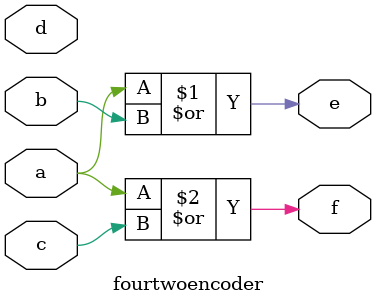
<source format=v>
module fourtwoencoder(a,b,c,d,e,f);
input a,b,c,d;
output e,f;
assign e=a|b;
assign f=a|c;
initial 
begin 
$display("4X2encoder");
end
endmodule
</source>
